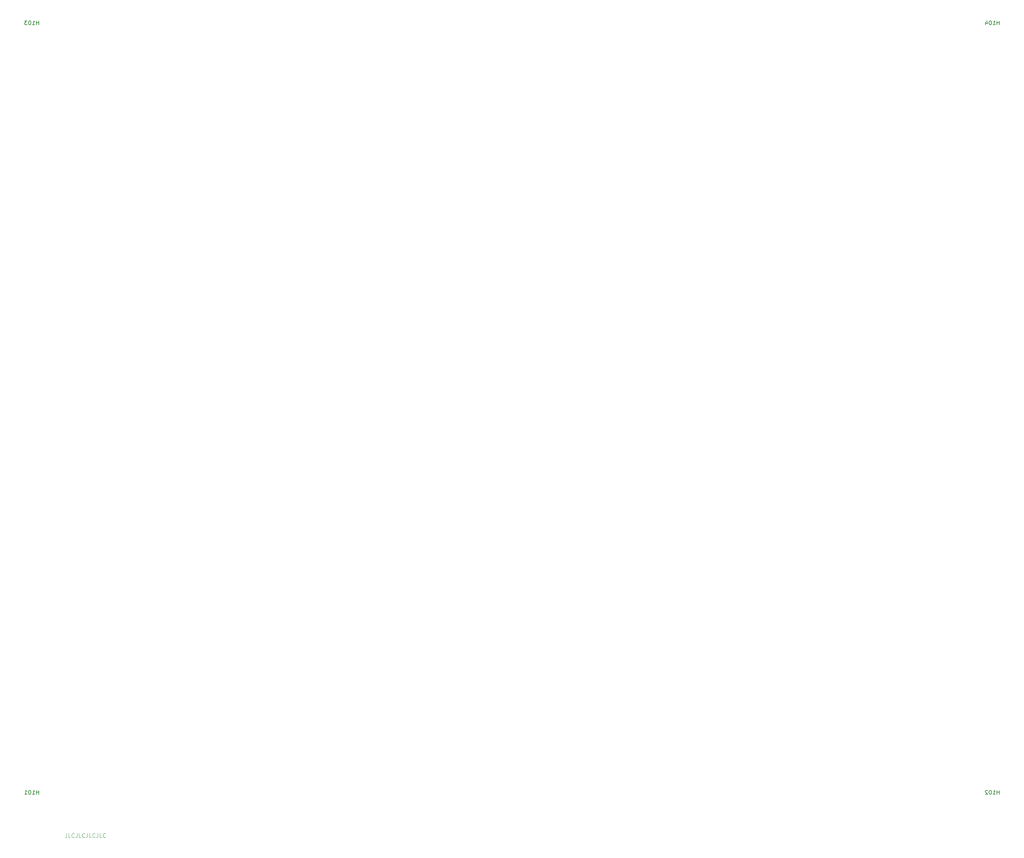
<source format=gbo>
%TF.GenerationSoftware,KiCad,Pcbnew,8.0.6*%
%TF.CreationDate,2025-08-20T21:32:22+02:00*%
%TF.ProjectId,OpAmpDevBoardProject,4f70416d-7044-4657-9642-6f6172645072,rev?*%
%TF.SameCoordinates,Original*%
%TF.FileFunction,Legend,Bot*%
%TF.FilePolarity,Positive*%
%FSLAX46Y46*%
G04 Gerber Fmt 4.6, Leading zero omitted, Abs format (unit mm)*
G04 Created by KiCad (PCBNEW 8.0.6) date 2025-08-20 21:32:22*
%MOMM*%
%LPD*%
G01*
G04 APERTURE LIST*
%ADD10C,0.100000*%
%ADD11C,0.150000*%
%ADD12R,1.300000X1.300000*%
%ADD13C,1.300000*%
%ADD14R,1.700000X1.700000*%
%ADD15C,1.446000*%
%ADD16C,3.015000*%
%ADD17C,4.000000*%
%ADD18C,1.800000*%
%ADD19O,1.700000X1.700000*%
%ADD20C,3.200000*%
G04 APERTURE END LIST*
D10*
X62589598Y-250872419D02*
X62589598Y-251586704D01*
X62589598Y-251586704D02*
X62541979Y-251729561D01*
X62541979Y-251729561D02*
X62446741Y-251824800D01*
X62446741Y-251824800D02*
X62303884Y-251872419D01*
X62303884Y-251872419D02*
X62208646Y-251872419D01*
X63541979Y-251872419D02*
X63065789Y-251872419D01*
X63065789Y-251872419D02*
X63065789Y-250872419D01*
X64446741Y-251777180D02*
X64399122Y-251824800D01*
X64399122Y-251824800D02*
X64256265Y-251872419D01*
X64256265Y-251872419D02*
X64161027Y-251872419D01*
X64161027Y-251872419D02*
X64018170Y-251824800D01*
X64018170Y-251824800D02*
X63922932Y-251729561D01*
X63922932Y-251729561D02*
X63875313Y-251634323D01*
X63875313Y-251634323D02*
X63827694Y-251443847D01*
X63827694Y-251443847D02*
X63827694Y-251300990D01*
X63827694Y-251300990D02*
X63875313Y-251110514D01*
X63875313Y-251110514D02*
X63922932Y-251015276D01*
X63922932Y-251015276D02*
X64018170Y-250920038D01*
X64018170Y-250920038D02*
X64161027Y-250872419D01*
X64161027Y-250872419D02*
X64256265Y-250872419D01*
X64256265Y-250872419D02*
X64399122Y-250920038D01*
X64399122Y-250920038D02*
X64446741Y-250967657D01*
X65161027Y-250872419D02*
X65161027Y-251586704D01*
X65161027Y-251586704D02*
X65113408Y-251729561D01*
X65113408Y-251729561D02*
X65018170Y-251824800D01*
X65018170Y-251824800D02*
X64875313Y-251872419D01*
X64875313Y-251872419D02*
X64780075Y-251872419D01*
X66113408Y-251872419D02*
X65637218Y-251872419D01*
X65637218Y-251872419D02*
X65637218Y-250872419D01*
X67018170Y-251777180D02*
X66970551Y-251824800D01*
X66970551Y-251824800D02*
X66827694Y-251872419D01*
X66827694Y-251872419D02*
X66732456Y-251872419D01*
X66732456Y-251872419D02*
X66589599Y-251824800D01*
X66589599Y-251824800D02*
X66494361Y-251729561D01*
X66494361Y-251729561D02*
X66446742Y-251634323D01*
X66446742Y-251634323D02*
X66399123Y-251443847D01*
X66399123Y-251443847D02*
X66399123Y-251300990D01*
X66399123Y-251300990D02*
X66446742Y-251110514D01*
X66446742Y-251110514D02*
X66494361Y-251015276D01*
X66494361Y-251015276D02*
X66589599Y-250920038D01*
X66589599Y-250920038D02*
X66732456Y-250872419D01*
X66732456Y-250872419D02*
X66827694Y-250872419D01*
X66827694Y-250872419D02*
X66970551Y-250920038D01*
X66970551Y-250920038D02*
X67018170Y-250967657D01*
X67732456Y-250872419D02*
X67732456Y-251586704D01*
X67732456Y-251586704D02*
X67684837Y-251729561D01*
X67684837Y-251729561D02*
X67589599Y-251824800D01*
X67589599Y-251824800D02*
X67446742Y-251872419D01*
X67446742Y-251872419D02*
X67351504Y-251872419D01*
X68684837Y-251872419D02*
X68208647Y-251872419D01*
X68208647Y-251872419D02*
X68208647Y-250872419D01*
X69589599Y-251777180D02*
X69541980Y-251824800D01*
X69541980Y-251824800D02*
X69399123Y-251872419D01*
X69399123Y-251872419D02*
X69303885Y-251872419D01*
X69303885Y-251872419D02*
X69161028Y-251824800D01*
X69161028Y-251824800D02*
X69065790Y-251729561D01*
X69065790Y-251729561D02*
X69018171Y-251634323D01*
X69018171Y-251634323D02*
X68970552Y-251443847D01*
X68970552Y-251443847D02*
X68970552Y-251300990D01*
X68970552Y-251300990D02*
X69018171Y-251110514D01*
X69018171Y-251110514D02*
X69065790Y-251015276D01*
X69065790Y-251015276D02*
X69161028Y-250920038D01*
X69161028Y-250920038D02*
X69303885Y-250872419D01*
X69303885Y-250872419D02*
X69399123Y-250872419D01*
X69399123Y-250872419D02*
X69541980Y-250920038D01*
X69541980Y-250920038D02*
X69589599Y-250967657D01*
X70303885Y-250872419D02*
X70303885Y-251586704D01*
X70303885Y-251586704D02*
X70256266Y-251729561D01*
X70256266Y-251729561D02*
X70161028Y-251824800D01*
X70161028Y-251824800D02*
X70018171Y-251872419D01*
X70018171Y-251872419D02*
X69922933Y-251872419D01*
X71256266Y-251872419D02*
X70780076Y-251872419D01*
X70780076Y-251872419D02*
X70780076Y-250872419D01*
X72161028Y-251777180D02*
X72113409Y-251824800D01*
X72113409Y-251824800D02*
X71970552Y-251872419D01*
X71970552Y-251872419D02*
X71875314Y-251872419D01*
X71875314Y-251872419D02*
X71732457Y-251824800D01*
X71732457Y-251824800D02*
X71637219Y-251729561D01*
X71637219Y-251729561D02*
X71589600Y-251634323D01*
X71589600Y-251634323D02*
X71541981Y-251443847D01*
X71541981Y-251443847D02*
X71541981Y-251300990D01*
X71541981Y-251300990D02*
X71589600Y-251110514D01*
X71589600Y-251110514D02*
X71637219Y-251015276D01*
X71637219Y-251015276D02*
X71732457Y-250920038D01*
X71732457Y-250920038D02*
X71875314Y-250872419D01*
X71875314Y-250872419D02*
X71970552Y-250872419D01*
X71970552Y-250872419D02*
X72113409Y-250920038D01*
X72113409Y-250920038D02*
X72161028Y-250967657D01*
D11*
X292714285Y-241254819D02*
X292714285Y-240254819D01*
X292714285Y-240731009D02*
X292142857Y-240731009D01*
X292142857Y-241254819D02*
X292142857Y-240254819D01*
X291142857Y-241254819D02*
X291714285Y-241254819D01*
X291428571Y-241254819D02*
X291428571Y-240254819D01*
X291428571Y-240254819D02*
X291523809Y-240397676D01*
X291523809Y-240397676D02*
X291619047Y-240492914D01*
X291619047Y-240492914D02*
X291714285Y-240540533D01*
X290523809Y-240254819D02*
X290428571Y-240254819D01*
X290428571Y-240254819D02*
X290333333Y-240302438D01*
X290333333Y-240302438D02*
X290285714Y-240350057D01*
X290285714Y-240350057D02*
X290238095Y-240445295D01*
X290238095Y-240445295D02*
X290190476Y-240635771D01*
X290190476Y-240635771D02*
X290190476Y-240873866D01*
X290190476Y-240873866D02*
X290238095Y-241064342D01*
X290238095Y-241064342D02*
X290285714Y-241159580D01*
X290285714Y-241159580D02*
X290333333Y-241207200D01*
X290333333Y-241207200D02*
X290428571Y-241254819D01*
X290428571Y-241254819D02*
X290523809Y-241254819D01*
X290523809Y-241254819D02*
X290619047Y-241207200D01*
X290619047Y-241207200D02*
X290666666Y-241159580D01*
X290666666Y-241159580D02*
X290714285Y-241064342D01*
X290714285Y-241064342D02*
X290761904Y-240873866D01*
X290761904Y-240873866D02*
X290761904Y-240635771D01*
X290761904Y-240635771D02*
X290714285Y-240445295D01*
X290714285Y-240445295D02*
X290666666Y-240350057D01*
X290666666Y-240350057D02*
X290619047Y-240302438D01*
X290619047Y-240302438D02*
X290523809Y-240254819D01*
X289809523Y-240350057D02*
X289761904Y-240302438D01*
X289761904Y-240302438D02*
X289666666Y-240254819D01*
X289666666Y-240254819D02*
X289428571Y-240254819D01*
X289428571Y-240254819D02*
X289333333Y-240302438D01*
X289333333Y-240302438D02*
X289285714Y-240350057D01*
X289285714Y-240350057D02*
X289238095Y-240445295D01*
X289238095Y-240445295D02*
X289238095Y-240540533D01*
X289238095Y-240540533D02*
X289285714Y-240683390D01*
X289285714Y-240683390D02*
X289857142Y-241254819D01*
X289857142Y-241254819D02*
X289238095Y-241254819D01*
X55714285Y-241254819D02*
X55714285Y-240254819D01*
X55714285Y-240731009D02*
X55142857Y-240731009D01*
X55142857Y-241254819D02*
X55142857Y-240254819D01*
X54142857Y-241254819D02*
X54714285Y-241254819D01*
X54428571Y-241254819D02*
X54428571Y-240254819D01*
X54428571Y-240254819D02*
X54523809Y-240397676D01*
X54523809Y-240397676D02*
X54619047Y-240492914D01*
X54619047Y-240492914D02*
X54714285Y-240540533D01*
X53523809Y-240254819D02*
X53428571Y-240254819D01*
X53428571Y-240254819D02*
X53333333Y-240302438D01*
X53333333Y-240302438D02*
X53285714Y-240350057D01*
X53285714Y-240350057D02*
X53238095Y-240445295D01*
X53238095Y-240445295D02*
X53190476Y-240635771D01*
X53190476Y-240635771D02*
X53190476Y-240873866D01*
X53190476Y-240873866D02*
X53238095Y-241064342D01*
X53238095Y-241064342D02*
X53285714Y-241159580D01*
X53285714Y-241159580D02*
X53333333Y-241207200D01*
X53333333Y-241207200D02*
X53428571Y-241254819D01*
X53428571Y-241254819D02*
X53523809Y-241254819D01*
X53523809Y-241254819D02*
X53619047Y-241207200D01*
X53619047Y-241207200D02*
X53666666Y-241159580D01*
X53666666Y-241159580D02*
X53714285Y-241064342D01*
X53714285Y-241064342D02*
X53761904Y-240873866D01*
X53761904Y-240873866D02*
X53761904Y-240635771D01*
X53761904Y-240635771D02*
X53714285Y-240445295D01*
X53714285Y-240445295D02*
X53666666Y-240350057D01*
X53666666Y-240350057D02*
X53619047Y-240302438D01*
X53619047Y-240302438D02*
X53523809Y-240254819D01*
X52238095Y-241254819D02*
X52809523Y-241254819D01*
X52523809Y-241254819D02*
X52523809Y-240254819D01*
X52523809Y-240254819D02*
X52619047Y-240397676D01*
X52619047Y-240397676D02*
X52714285Y-240492914D01*
X52714285Y-240492914D02*
X52809523Y-240540533D01*
X292714285Y-51254819D02*
X292714285Y-50254819D01*
X292714285Y-50731009D02*
X292142857Y-50731009D01*
X292142857Y-51254819D02*
X292142857Y-50254819D01*
X291142857Y-51254819D02*
X291714285Y-51254819D01*
X291428571Y-51254819D02*
X291428571Y-50254819D01*
X291428571Y-50254819D02*
X291523809Y-50397676D01*
X291523809Y-50397676D02*
X291619047Y-50492914D01*
X291619047Y-50492914D02*
X291714285Y-50540533D01*
X290523809Y-50254819D02*
X290428571Y-50254819D01*
X290428571Y-50254819D02*
X290333333Y-50302438D01*
X290333333Y-50302438D02*
X290285714Y-50350057D01*
X290285714Y-50350057D02*
X290238095Y-50445295D01*
X290238095Y-50445295D02*
X290190476Y-50635771D01*
X290190476Y-50635771D02*
X290190476Y-50873866D01*
X290190476Y-50873866D02*
X290238095Y-51064342D01*
X290238095Y-51064342D02*
X290285714Y-51159580D01*
X290285714Y-51159580D02*
X290333333Y-51207200D01*
X290333333Y-51207200D02*
X290428571Y-51254819D01*
X290428571Y-51254819D02*
X290523809Y-51254819D01*
X290523809Y-51254819D02*
X290619047Y-51207200D01*
X290619047Y-51207200D02*
X290666666Y-51159580D01*
X290666666Y-51159580D02*
X290714285Y-51064342D01*
X290714285Y-51064342D02*
X290761904Y-50873866D01*
X290761904Y-50873866D02*
X290761904Y-50635771D01*
X290761904Y-50635771D02*
X290714285Y-50445295D01*
X290714285Y-50445295D02*
X290666666Y-50350057D01*
X290666666Y-50350057D02*
X290619047Y-50302438D01*
X290619047Y-50302438D02*
X290523809Y-50254819D01*
X289333333Y-50588152D02*
X289333333Y-51254819D01*
X289571428Y-50207200D02*
X289809523Y-50921485D01*
X289809523Y-50921485D02*
X289190476Y-50921485D01*
X55714285Y-51254819D02*
X55714285Y-50254819D01*
X55714285Y-50731009D02*
X55142857Y-50731009D01*
X55142857Y-51254819D02*
X55142857Y-50254819D01*
X54142857Y-51254819D02*
X54714285Y-51254819D01*
X54428571Y-51254819D02*
X54428571Y-50254819D01*
X54428571Y-50254819D02*
X54523809Y-50397676D01*
X54523809Y-50397676D02*
X54619047Y-50492914D01*
X54619047Y-50492914D02*
X54714285Y-50540533D01*
X53523809Y-50254819D02*
X53428571Y-50254819D01*
X53428571Y-50254819D02*
X53333333Y-50302438D01*
X53333333Y-50302438D02*
X53285714Y-50350057D01*
X53285714Y-50350057D02*
X53238095Y-50445295D01*
X53238095Y-50445295D02*
X53190476Y-50635771D01*
X53190476Y-50635771D02*
X53190476Y-50873866D01*
X53190476Y-50873866D02*
X53238095Y-51064342D01*
X53238095Y-51064342D02*
X53285714Y-51159580D01*
X53285714Y-51159580D02*
X53333333Y-51207200D01*
X53333333Y-51207200D02*
X53428571Y-51254819D01*
X53428571Y-51254819D02*
X53523809Y-51254819D01*
X53523809Y-51254819D02*
X53619047Y-51207200D01*
X53619047Y-51207200D02*
X53666666Y-51159580D01*
X53666666Y-51159580D02*
X53714285Y-51064342D01*
X53714285Y-51064342D02*
X53761904Y-50873866D01*
X53761904Y-50873866D02*
X53761904Y-50635771D01*
X53761904Y-50635771D02*
X53714285Y-50445295D01*
X53714285Y-50445295D02*
X53666666Y-50350057D01*
X53666666Y-50350057D02*
X53619047Y-50302438D01*
X53619047Y-50302438D02*
X53523809Y-50254819D01*
X52857142Y-50254819D02*
X52238095Y-50254819D01*
X52238095Y-50254819D02*
X52571428Y-50635771D01*
X52571428Y-50635771D02*
X52428571Y-50635771D01*
X52428571Y-50635771D02*
X52333333Y-50683390D01*
X52333333Y-50683390D02*
X52285714Y-50731009D01*
X52285714Y-50731009D02*
X52238095Y-50826247D01*
X52238095Y-50826247D02*
X52238095Y-51064342D01*
X52238095Y-51064342D02*
X52285714Y-51159580D01*
X52285714Y-51159580D02*
X52333333Y-51207200D01*
X52333333Y-51207200D02*
X52428571Y-51254819D01*
X52428571Y-51254819D02*
X52714285Y-51254819D01*
X52714285Y-51254819D02*
X52809523Y-51207200D01*
X52809523Y-51207200D02*
X52857142Y-51159580D01*
%LPC*%
D12*
%TO.C,SW118*%
X113580000Y-227000000D03*
D13*
X113580000Y-229540000D03*
X113580000Y-232080000D03*
%TD*%
D14*
%TO.C,J108*%
X224000000Y-158000000D03*
%TD*%
%TO.C,J123*%
X285805000Y-220000000D03*
%TD*%
%TO.C,J106*%
X143000000Y-202000000D03*
%TD*%
D12*
%TO.C,SW144*%
X125500000Y-213000000D03*
D13*
X122960000Y-213000000D03*
X120420000Y-213000000D03*
%TD*%
D15*
%TO.C,J121*%
X280805000Y-205000000D03*
X280805000Y-202460000D03*
D16*
X285885000Y-199920000D03*
X285885000Y-210080000D03*
%TD*%
D12*
%TO.C,SW105*%
X229000000Y-172080000D03*
D13*
X229000000Y-169540000D03*
X229000000Y-167000000D03*
%TD*%
D15*
%TO.C,J116*%
X280805000Y-105000000D03*
X280805000Y-102460000D03*
D16*
X285885000Y-99920000D03*
X285885000Y-110080000D03*
%TD*%
D12*
%TO.C,SW127*%
X229000000Y-133920000D03*
D13*
X229000000Y-136460000D03*
X229000000Y-139000000D03*
%TD*%
D12*
%TO.C,SW106*%
X243920000Y-228000000D03*
D13*
X246460000Y-228000000D03*
X249000000Y-228000000D03*
%TD*%
D12*
%TO.C,SW141*%
X92580000Y-213000000D03*
D13*
X90040000Y-213000000D03*
X87500000Y-213000000D03*
%TD*%
D14*
%TO.C,J104*%
X78500000Y-202000000D03*
%TD*%
D17*
%TO.C,RV101*%
X242600000Y-181050000D03*
X251400000Y-181050000D03*
D18*
X249500000Y-188050000D03*
X247000000Y-188050000D03*
X244500000Y-188050000D03*
%TD*%
D12*
%TO.C,SW149*%
X93000000Y-193000000D03*
D13*
X90460000Y-193000000D03*
X87920000Y-193000000D03*
X93000000Y-190460000D03*
X90460000Y-190460000D03*
X87920000Y-190460000D03*
%TD*%
D12*
%TO.C,SW109*%
X208500000Y-77050000D03*
D13*
X208500000Y-74510000D03*
X208500000Y-71970000D03*
%TD*%
D12*
%TO.C,SW119*%
X139580000Y-227000000D03*
D13*
X139580000Y-229540000D03*
X139580000Y-232080000D03*
%TD*%
D17*
%TO.C,RV107*%
X118180000Y-124100000D03*
X126980000Y-124100000D03*
D18*
X125080000Y-131100000D03*
X122580000Y-131100000D03*
X120080000Y-131100000D03*
%TD*%
D12*
%TO.C,SW102*%
X243920000Y-216000000D03*
D13*
X246460000Y-216000000D03*
X249000000Y-216000000D03*
%TD*%
D12*
%TO.C,SW133*%
X92580000Y-202000000D03*
D13*
X90040000Y-202000000D03*
X87500000Y-202000000D03*
%TD*%
D14*
%TO.C,J118*%
X264805000Y-105000000D03*
%TD*%
D12*
%TO.C,SW104*%
X224000000Y-241000000D03*
D13*
X224000000Y-238460000D03*
X224000000Y-235920000D03*
%TD*%
D12*
%TO.C,SW125*%
X201500000Y-227000000D03*
D13*
X201500000Y-229540000D03*
X201500000Y-232080000D03*
%TD*%
D14*
%TO.C,J120*%
X272805000Y-205000000D03*
%TD*%
%TO.C,J103*%
X224000000Y-76000000D03*
%TD*%
D12*
%TO.C,SW129*%
X244000000Y-99000000D03*
D13*
X246540000Y-99000000D03*
X249080000Y-99000000D03*
%TD*%
D17*
%TO.C,RV104*%
X118180000Y-178050000D03*
X126980000Y-178050000D03*
D18*
X125080000Y-185050000D03*
X122580000Y-185050000D03*
X120080000Y-185050000D03*
%TD*%
D14*
%TO.C,J131*%
X61500000Y-245000000D03*
%TD*%
D12*
%TO.C,SW112*%
X139080000Y-77050000D03*
D13*
X139080000Y-74510000D03*
X139080000Y-71970000D03*
%TD*%
D12*
%TO.C,SW113*%
X113080000Y-77050000D03*
D13*
X113080000Y-74510000D03*
X113080000Y-71970000D03*
%TD*%
D14*
%TO.C,J114*%
X63280000Y-213000000D03*
%TD*%
D12*
%TO.C,SW134*%
X125500000Y-202000000D03*
D13*
X122960000Y-202000000D03*
X120420000Y-202000000D03*
%TD*%
D14*
%TO.C,J109*%
X61000000Y-143380000D03*
D19*
X61000000Y-145920000D03*
X61000000Y-148460000D03*
X61000000Y-151000000D03*
X61000000Y-153540000D03*
X61000000Y-156080000D03*
X61000000Y-158620000D03*
%TD*%
D14*
%TO.C,J126*%
X142500000Y-102000000D03*
%TD*%
D12*
%TO.C,SW147*%
X216000000Y-202000000D03*
D13*
X213460000Y-202000000D03*
X210920000Y-202000000D03*
%TD*%
D12*
%TO.C,SW131*%
X244000000Y-108460000D03*
D13*
X246540000Y-108460000D03*
X249080000Y-108460000D03*
X244000000Y-111000000D03*
X246540000Y-111000000D03*
X249080000Y-111000000D03*
%TD*%
D14*
%TO.C,J129*%
X61500000Y-55000000D03*
%TD*%
%TO.C,J125*%
X109500000Y-102000000D03*
%TD*%
%TO.C,J130*%
X283500000Y-55500000D03*
%TD*%
D12*
%TO.C,SW120*%
X146580000Y-227000000D03*
D13*
X146580000Y-229540000D03*
X146580000Y-232080000D03*
%TD*%
D12*
%TO.C,SW138*%
X157580000Y-102050000D03*
D13*
X155040000Y-102050000D03*
X152500000Y-102050000D03*
%TD*%
D12*
%TO.C,SW116*%
X179080000Y-77050000D03*
D13*
X179080000Y-74510000D03*
X179080000Y-71970000D03*
%TD*%
D15*
%TO.C,J111*%
X64000000Y-201460000D03*
X64000000Y-204000000D03*
D16*
X58920000Y-206540000D03*
X58920000Y-196380000D03*
%TD*%
D12*
%TO.C,SW108*%
X193580000Y-91970000D03*
D13*
X193580000Y-94510000D03*
X193580000Y-97050000D03*
%TD*%
D12*
%TO.C,SW126*%
X208580000Y-227000000D03*
D13*
X208580000Y-229540000D03*
X208580000Y-232080000D03*
%TD*%
D14*
%TO.C,JP101*%
X89460000Y-169000000D03*
D19*
X92000000Y-169000000D03*
%TD*%
D14*
%TO.C,JP105*%
X121460000Y-135000000D03*
D19*
X124000000Y-135000000D03*
%TD*%
D14*
%TO.C,J122*%
X285805000Y-94000000D03*
%TD*%
%TO.C,J127*%
X175500000Y-102000000D03*
%TD*%
%TO.C,JP103*%
X248000000Y-172000000D03*
D19*
X245460000Y-172000000D03*
%TD*%
D14*
%TO.C,U101*%
X274920000Y-168000000D03*
D19*
X277460000Y-168000000D03*
X280000000Y-168000000D03*
X282540000Y-168000000D03*
X285080000Y-168000000D03*
X274920000Y-138000000D03*
X277460000Y-138000000D03*
X280000000Y-138000000D03*
X282540000Y-138000000D03*
X285080000Y-138000000D03*
%TD*%
D12*
%TO.C,SW130*%
X244000000Y-88000000D03*
D13*
X246540000Y-88000000D03*
X249080000Y-88000000D03*
%TD*%
D14*
%TO.C,J102*%
X224000000Y-228000000D03*
%TD*%
D12*
%TO.C,SW140*%
X93000000Y-114000000D03*
D13*
X90460000Y-114000000D03*
X87920000Y-114000000D03*
X93000000Y-111460000D03*
X90460000Y-111460000D03*
X87920000Y-111460000D03*
%TD*%
D12*
%TO.C,SW142*%
X126000000Y-114000000D03*
D13*
X123460000Y-114000000D03*
X120920000Y-114000000D03*
X126000000Y-111460000D03*
X123460000Y-111460000D03*
X120920000Y-111460000D03*
%TD*%
D12*
%TO.C,SW117*%
X106580000Y-227000000D03*
D13*
X106580000Y-229540000D03*
X106580000Y-232080000D03*
%TD*%
D12*
%TO.C,SW145*%
X93080000Y-91000000D03*
D13*
X90540000Y-91000000D03*
X88000000Y-91000000D03*
%TD*%
D12*
%TO.C,SW124*%
X193580000Y-213000000D03*
D13*
X193580000Y-210460000D03*
X193580000Y-207920000D03*
%TD*%
D12*
%TO.C,SW114*%
X106080000Y-77050000D03*
D13*
X106080000Y-74510000D03*
X106080000Y-71970000D03*
%TD*%
D12*
%TO.C,SW123*%
X185480000Y-213000000D03*
D13*
X185480000Y-210460000D03*
X185480000Y-207920000D03*
%TD*%
D17*
%TO.C,RV106*%
X85680000Y-124050000D03*
X94480000Y-124050000D03*
D18*
X92580000Y-131050000D03*
X90080000Y-131050000D03*
X87580000Y-131050000D03*
%TD*%
D12*
%TO.C,SW107*%
X186080000Y-91970000D03*
D13*
X186080000Y-94510000D03*
X186080000Y-97050000D03*
%TD*%
D14*
%TO.C,JP104*%
X88460000Y-135000000D03*
D19*
X91000000Y-135000000D03*
%TD*%
D12*
%TO.C,SW139*%
X126080000Y-193000000D03*
D13*
X123540000Y-193000000D03*
X121000000Y-193000000D03*
X126080000Y-190460000D03*
X123540000Y-190460000D03*
X121000000Y-190460000D03*
%TD*%
D12*
%TO.C,SW110*%
X201500000Y-77050000D03*
D13*
X201500000Y-74510000D03*
X201500000Y-71970000D03*
%TD*%
D14*
%TO.C,J128*%
X224000000Y-149000000D03*
%TD*%
D12*
%TO.C,SW132*%
X244000000Y-76000000D03*
D13*
X246540000Y-76000000D03*
X249080000Y-76000000D03*
%TD*%
D14*
%TO.C,JP102*%
X121460000Y-169000000D03*
D19*
X124000000Y-169000000D03*
%TD*%
D12*
%TO.C,SW111*%
X146080000Y-77050000D03*
D13*
X146080000Y-74510000D03*
X146080000Y-71970000D03*
%TD*%
D12*
%TO.C,SW135*%
X157580000Y-202000000D03*
D13*
X155040000Y-202000000D03*
X152500000Y-202000000D03*
%TD*%
D12*
%TO.C,SW101*%
X244000000Y-193000000D03*
D13*
X246540000Y-193000000D03*
X249080000Y-193000000D03*
X244000000Y-195540000D03*
X246540000Y-195540000D03*
X249080000Y-195540000D03*
%TD*%
D12*
%TO.C,SW136*%
X93080000Y-102000000D03*
D13*
X90540000Y-102000000D03*
X88000000Y-102000000D03*
%TD*%
D14*
%TO.C,J105*%
X109830000Y-202000000D03*
%TD*%
D17*
%TO.C,RV102*%
X242600000Y-121050000D03*
X251400000Y-121050000D03*
D18*
X249500000Y-128050000D03*
X247000000Y-128050000D03*
X244500000Y-128050000D03*
%TD*%
D14*
%TO.C,J101*%
X47025000Y-143380000D03*
D19*
X47025000Y-145920000D03*
X47025000Y-148460000D03*
X47025000Y-151000000D03*
X47025000Y-153540000D03*
X47025000Y-156080000D03*
X47025000Y-158620000D03*
%TD*%
D14*
%TO.C,JP106*%
X247540000Y-132000000D03*
D19*
X245000000Y-132000000D03*
%TD*%
D15*
%TO.C,J110*%
X64080000Y-101460000D03*
X64080000Y-104000000D03*
D16*
X59000000Y-106540000D03*
X59000000Y-96380000D03*
%TD*%
D14*
%TO.C,J115*%
X63280000Y-219250000D03*
%TD*%
D12*
%TO.C,SW146*%
X125580000Y-91050000D03*
D13*
X123040000Y-91050000D03*
X120500000Y-91050000D03*
%TD*%
D14*
%TO.C,J132*%
X283500000Y-245000000D03*
%TD*%
%TO.C,J112*%
X64000000Y-80450000D03*
%TD*%
D12*
%TO.C,SW103*%
X244000000Y-205000000D03*
D13*
X246540000Y-205000000D03*
X249080000Y-205000000D03*
%TD*%
D14*
%TO.C,J107*%
X175000000Y-202000000D03*
%TD*%
D12*
%TO.C,SW121*%
X171580000Y-227000000D03*
D13*
X171580000Y-229540000D03*
X171580000Y-232080000D03*
%TD*%
D14*
%TO.C,J124*%
X78500000Y-102000000D03*
%TD*%
D12*
%TO.C,SW148*%
X216000000Y-102000000D03*
D13*
X213460000Y-102000000D03*
X210920000Y-102000000D03*
%TD*%
D17*
%TO.C,RV103*%
X85680000Y-178050000D03*
X94480000Y-178050000D03*
D18*
X92580000Y-185050000D03*
X90080000Y-185050000D03*
X87580000Y-185050000D03*
%TD*%
D12*
%TO.C,SW122*%
X178580000Y-227000000D03*
D13*
X178580000Y-229540000D03*
X178580000Y-232080000D03*
%TD*%
D14*
%TO.C,J113*%
X64080000Y-88050000D03*
%TD*%
%TO.C,J117*%
X272805000Y-105000000D03*
%TD*%
D12*
%TO.C,SW115*%
X172080000Y-77050000D03*
D13*
X172080000Y-74510000D03*
X172080000Y-71970000D03*
%TD*%
D14*
%TO.C,J119*%
X264805000Y-205000000D03*
%TD*%
D12*
%TO.C,SW137*%
X125580000Y-102050000D03*
D13*
X123040000Y-102050000D03*
X120500000Y-102050000D03*
%TD*%
D12*
%TO.C,SW128*%
X224000000Y-63000000D03*
D13*
X224000000Y-65540000D03*
X224000000Y-68080000D03*
%TD*%
D20*
%TO.C,H102*%
X291000000Y-245000000D03*
%TD*%
%TO.C,H101*%
X54000000Y-245000000D03*
%TD*%
%TO.C,H104*%
X291000000Y-55000000D03*
%TD*%
%TO.C,H103*%
X54000000Y-55000000D03*
%TD*%
%LPD*%
M02*

</source>
